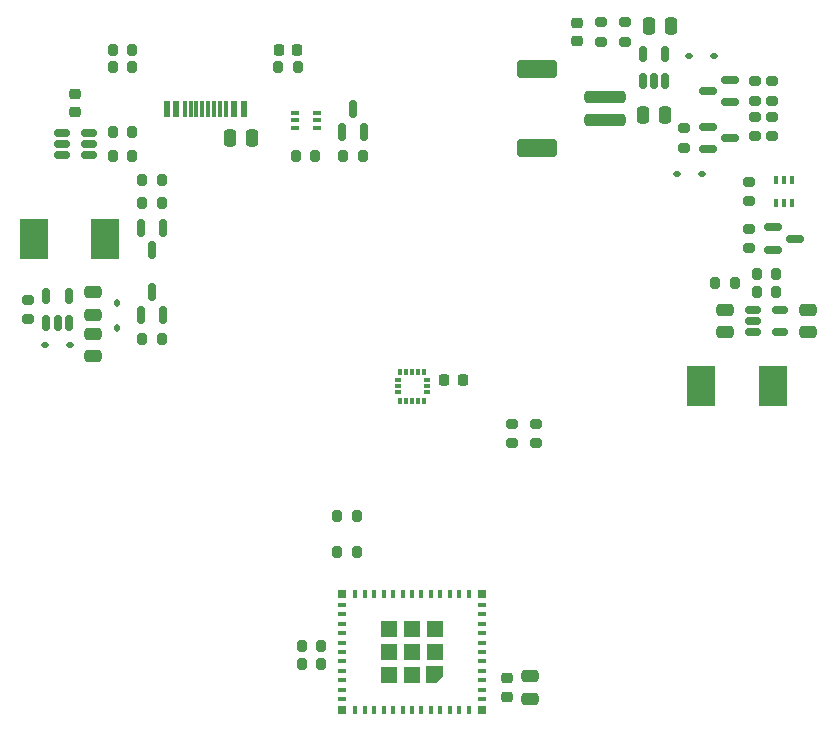
<source format=gbr>
%TF.GenerationSoftware,KiCad,Pcbnew,8.99.0-77eaa75db1*%
%TF.CreationDate,2024-12-04T17:57:03+01:00*%
%TF.ProjectId,geheimbadge-controller,67656865-696d-4626-9164-67652d636f6e,1.0.0*%
%TF.SameCoordinates,Original*%
%TF.FileFunction,Paste,Top*%
%TF.FilePolarity,Positive*%
%FSLAX46Y46*%
G04 Gerber Fmt 4.6, Leading zero omitted, Abs format (unit mm)*
G04 Created by KiCad (PCBNEW 8.99.0-77eaa75db1) date 2024-12-04 17:57:03*
%MOMM*%
%LPD*%
G01*
G04 APERTURE LIST*
G04 Aperture macros list*
%AMRoundRect*
0 Rectangle with rounded corners*
0 $1 Rounding radius*
0 $2 $3 $4 $5 $6 $7 $8 $9 X,Y pos of 4 corners*
0 Add a 4 corners polygon primitive as box body*
4,1,4,$2,$3,$4,$5,$6,$7,$8,$9,$2,$3,0*
0 Add four circle primitives for the rounded corners*
1,1,$1+$1,$2,$3*
1,1,$1+$1,$4,$5*
1,1,$1+$1,$6,$7*
1,1,$1+$1,$8,$9*
0 Add four rect primitives between the rounded corners*
20,1,$1+$1,$2,$3,$4,$5,0*
20,1,$1+$1,$4,$5,$6,$7,0*
20,1,$1+$1,$6,$7,$8,$9,0*
20,1,$1+$1,$8,$9,$2,$3,0*%
%AMFreePoly0*
4,1,6,0.750000,-0.750000,-0.700000,-0.750000,-0.700000,0.100000,-0.100000,0.700000,0.750000,0.700000,0.750000,-0.750000,0.750000,-0.750000,$1*%
G04 Aperture macros list end*
%ADD10RoundRect,0.200000X0.275000X-0.200000X0.275000X0.200000X-0.275000X0.200000X-0.275000X-0.200000X0*%
%ADD11RoundRect,0.112500X0.187500X0.112500X-0.187500X0.112500X-0.187500X-0.112500X0.187500X-0.112500X0*%
%ADD12RoundRect,0.200000X-0.200000X-0.275000X0.200000X-0.275000X0.200000X0.275000X-0.200000X0.275000X0*%
%ADD13RoundRect,0.250000X-0.250000X-0.475000X0.250000X-0.475000X0.250000X0.475000X-0.250000X0.475000X0*%
%ADD14RoundRect,0.200000X0.200000X0.275000X-0.200000X0.275000X-0.200000X-0.275000X0.200000X-0.275000X0*%
%ADD15RoundRect,0.218750X0.256250X-0.218750X0.256250X0.218750X-0.256250X0.218750X-0.256250X-0.218750X0*%
%ADD16RoundRect,0.150000X0.512500X0.150000X-0.512500X0.150000X-0.512500X-0.150000X0.512500X-0.150000X0*%
%ADD17RoundRect,0.150000X-0.587500X-0.150000X0.587500X-0.150000X0.587500X0.150000X-0.587500X0.150000X0*%
%ADD18RoundRect,0.112500X0.112500X-0.187500X0.112500X0.187500X-0.112500X0.187500X-0.112500X-0.187500X0*%
%ADD19R,0.800000X0.400000*%
%ADD20R,0.400000X0.800000*%
%ADD21FreePoly0,180.000000*%
%ADD22R,1.450000X1.450000*%
%ADD23R,0.700000X0.700000*%
%ADD24RoundRect,0.250000X0.250000X0.475000X-0.250000X0.475000X-0.250000X-0.475000X0.250000X-0.475000X0*%
%ADD25RoundRect,0.200000X-0.275000X0.200000X-0.275000X-0.200000X0.275000X-0.200000X0.275000X0.200000X0*%
%ADD26RoundRect,0.225000X0.250000X-0.225000X0.250000X0.225000X-0.250000X0.225000X-0.250000X-0.225000X0*%
%ADD27RoundRect,0.087500X-0.087500X0.187500X-0.087500X-0.187500X0.087500X-0.187500X0.087500X0.187500X0*%
%ADD28RoundRect,0.087500X-0.187500X0.087500X-0.187500X-0.087500X0.187500X-0.087500X0.187500X0.087500X0*%
%ADD29RoundRect,0.250000X-1.500000X0.250000X-1.500000X-0.250000X1.500000X-0.250000X1.500000X0.250000X0*%
%ADD30RoundRect,0.250001X-1.449999X0.499999X-1.449999X-0.499999X1.449999X-0.499999X1.449999X0.499999X0*%
%ADD31RoundRect,0.150000X0.150000X-0.512500X0.150000X0.512500X-0.150000X0.512500X-0.150000X-0.512500X0*%
%ADD32RoundRect,0.112500X-0.187500X-0.112500X0.187500X-0.112500X0.187500X0.112500X-0.187500X0.112500X0*%
%ADD33RoundRect,0.150000X0.587500X0.150000X-0.587500X0.150000X-0.587500X-0.150000X0.587500X-0.150000X0*%
%ADD34RoundRect,0.250000X-0.475000X0.250000X-0.475000X-0.250000X0.475000X-0.250000X0.475000X0.250000X0*%
%ADD35RoundRect,0.225000X-0.225000X-0.250000X0.225000X-0.250000X0.225000X0.250000X-0.225000X0.250000X0*%
%ADD36R,2.350000X3.500000*%
%ADD37RoundRect,0.150000X-0.512500X-0.150000X0.512500X-0.150000X0.512500X0.150000X-0.512500X0.150000X0*%
%ADD38RoundRect,0.150000X-0.150000X0.587500X-0.150000X-0.587500X0.150000X-0.587500X0.150000X0.587500X0*%
%ADD39RoundRect,0.150000X0.150000X-0.587500X0.150000X0.587500X-0.150000X0.587500X-0.150000X-0.587500X0*%
%ADD40RoundRect,0.100000X-0.225000X-0.100000X0.225000X-0.100000X0.225000X0.100000X-0.225000X0.100000X0*%
%ADD41R,0.600000X1.450000*%
%ADD42R,0.300000X1.450000*%
%ADD43RoundRect,0.250000X0.475000X-0.250000X0.475000X0.250000X-0.475000X0.250000X-0.475000X-0.250000X0*%
%ADD44RoundRect,0.225000X0.225000X0.250000X-0.225000X0.250000X-0.225000X-0.250000X0.225000X-0.250000X0*%
%ADD45RoundRect,0.100000X-0.100000X0.225000X-0.100000X-0.225000X0.100000X-0.225000X0.100000X0.225000X0*%
%ADD46RoundRect,0.225000X-0.250000X0.225000X-0.250000X-0.225000X0.250000X-0.225000X0.250000X0.225000X0*%
G04 APERTURE END LIST*
D10*
%TO.C,R11*%
X123000000Y-100325000D03*
X123000000Y-98675000D03*
%TD*%
D11*
%TO.C,D3*%
X124550000Y-102500000D03*
X122450000Y-102500000D03*
%TD*%
D12*
%TO.C,R4*%
X74675000Y-93500000D03*
X76325000Y-93500000D03*
%TD*%
D13*
%TO.C,C1*%
X120050000Y-90000000D03*
X121950000Y-90000000D03*
%TD*%
D14*
%TO.C,R10*%
X76325000Y-99000000D03*
X74675000Y-99000000D03*
%TD*%
%TO.C,R17*%
X130825000Y-111000000D03*
X129175000Y-111000000D03*
%TD*%
D10*
%TO.C,R1*%
X116000000Y-91325000D03*
X116000000Y-89675000D03*
%TD*%
D12*
%TO.C,R3*%
X74675000Y-92000000D03*
X76325000Y-92000000D03*
%TD*%
D15*
%TO.C,D1*%
X114000000Y-91287500D03*
X114000000Y-89712500D03*
%TD*%
D12*
%TO.C,R27*%
X77175000Y-116500000D03*
X78825000Y-116500000D03*
%TD*%
D16*
%TO.C,U2*%
X72637500Y-100950000D03*
X72637500Y-100000000D03*
X72637500Y-99050000D03*
X70362500Y-99050000D03*
X70362500Y-100000000D03*
X70362500Y-100950000D03*
%TD*%
D12*
%TO.C,R26*%
X90675000Y-144000000D03*
X92325000Y-144000000D03*
%TD*%
D10*
%TO.C,R21*%
X110500000Y-125325000D03*
X110500000Y-123675000D03*
%TD*%
D17*
%TO.C,Q4*%
X125062500Y-98550000D03*
X125062500Y-100450000D03*
X126937500Y-99500000D03*
%TD*%
%TO.C,Q6*%
X130562500Y-107050000D03*
X130562500Y-108950000D03*
X132437500Y-108000000D03*
%TD*%
D18*
%TO.C,D4*%
X75000000Y-115550000D03*
X75000000Y-113450000D03*
%TD*%
D14*
%TO.C,R23*%
X95325000Y-131500000D03*
X93675000Y-131500000D03*
%TD*%
D19*
%TO.C,U5*%
X105900000Y-147000000D03*
X105900000Y-146200000D03*
X105900000Y-145400000D03*
X105900000Y-144600000D03*
X105900000Y-143800000D03*
X105900000Y-143000000D03*
X105900000Y-142200000D03*
X105900000Y-141400000D03*
X105900000Y-140600000D03*
X105900000Y-139800000D03*
X105900000Y-139000000D03*
D20*
X104800000Y-138100000D03*
X104000000Y-138100000D03*
X103200000Y-138100000D03*
X102400000Y-138100000D03*
X101600000Y-138100000D03*
X100800000Y-138100000D03*
X100000000Y-138100000D03*
X99200000Y-138100000D03*
X98400000Y-138100000D03*
X97600000Y-138100000D03*
X96800000Y-138100000D03*
X96000000Y-138100000D03*
X95200000Y-138100000D03*
D19*
X94100000Y-139000000D03*
X94100000Y-139800000D03*
X94100000Y-140600000D03*
X94100000Y-141400000D03*
X94100000Y-142200000D03*
X94100000Y-143000000D03*
X94100000Y-143800000D03*
X94100000Y-144600000D03*
X94100000Y-145400000D03*
X94100000Y-146200000D03*
X94100000Y-147000000D03*
D20*
X95200000Y-147900000D03*
X96000000Y-147900000D03*
X96800000Y-147900000D03*
X97600000Y-147900000D03*
X98400000Y-147900000D03*
X99200000Y-147900000D03*
X100000000Y-147900000D03*
X100800000Y-147900000D03*
X101600000Y-147900000D03*
X102400000Y-147900000D03*
X103200000Y-147900000D03*
X104000000Y-147900000D03*
X104800000Y-147900000D03*
D21*
X101980000Y-144980000D03*
D22*
X101980000Y-143000000D03*
X101980000Y-141020000D03*
X100000000Y-144970000D03*
X100000000Y-143000000D03*
X100000000Y-141020000D03*
X98030000Y-144970000D03*
X98030000Y-143000000D03*
X98030000Y-141020000D03*
D23*
X94050000Y-147950000D03*
X94050000Y-138050000D03*
X105950000Y-138050000D03*
X105950000Y-147950000D03*
%TD*%
D14*
%TO.C,R5*%
X90325000Y-93500000D03*
X88675000Y-93500000D03*
%TD*%
D24*
%TO.C,C5*%
X86450000Y-99500000D03*
X84550000Y-99500000D03*
%TD*%
D25*
%TO.C,R8*%
X129000000Y-97675000D03*
X129000000Y-99325000D03*
%TD*%
D26*
%TO.C,C3*%
X71500000Y-97275000D03*
X71500000Y-95725000D03*
%TD*%
D27*
%TO.C,U6*%
X101000000Y-119275000D03*
X100500000Y-119275000D03*
X100000000Y-119275000D03*
X99500000Y-119275000D03*
X99000000Y-119275000D03*
D28*
X98775000Y-120000000D03*
X98775000Y-120500000D03*
X98775000Y-121000000D03*
D27*
X99000000Y-121725000D03*
X99500000Y-121725000D03*
X100000000Y-121725000D03*
X100500000Y-121725000D03*
X101000000Y-121725000D03*
D28*
X101225000Y-121000000D03*
X101225000Y-120500000D03*
X101225000Y-120000000D03*
%TD*%
D29*
%TO.C,BT1*%
X116350000Y-96000000D03*
X116350000Y-98000000D03*
D30*
X110600000Y-93650000D03*
X110600000Y-100350000D03*
%TD*%
D31*
%TO.C,U1*%
X119550000Y-94637500D03*
X120500000Y-94637500D03*
X121450000Y-94637500D03*
X121450000Y-92362500D03*
X119550000Y-92362500D03*
%TD*%
D32*
%TO.C,D2*%
X123450000Y-92500000D03*
X125550000Y-92500000D03*
%TD*%
D12*
%TO.C,R25*%
X90675000Y-142500000D03*
X92325000Y-142500000D03*
%TD*%
D25*
%TO.C,R9*%
X130500000Y-97675000D03*
X130500000Y-99325000D03*
%TD*%
D33*
%TO.C,Q1*%
X126937500Y-96450000D03*
X126937500Y-94550000D03*
X125062500Y-95500000D03*
%TD*%
D10*
%TO.C,R20*%
X108500000Y-125325000D03*
X108500000Y-123675000D03*
%TD*%
%TO.C,R6*%
X129000000Y-96325000D03*
X129000000Y-94675000D03*
%TD*%
D12*
%TO.C,R28*%
X77175000Y-105000000D03*
X78825000Y-105000000D03*
%TD*%
%TO.C,R18*%
X129175000Y-112500000D03*
X130825000Y-112500000D03*
%TD*%
D13*
%TO.C,C4*%
X119550000Y-97500000D03*
X121450000Y-97500000D03*
%TD*%
D32*
%TO.C,D5*%
X68950000Y-117000000D03*
X71050000Y-117000000D03*
%TD*%
D14*
%TO.C,R24*%
X95325000Y-134500000D03*
X93675000Y-134500000D03*
%TD*%
D34*
%TO.C,C6*%
X126500000Y-114050000D03*
X126500000Y-115950000D03*
%TD*%
D35*
%TO.C,C2*%
X88725000Y-92000000D03*
X90275000Y-92000000D03*
%TD*%
D25*
%TO.C,R15*%
X128500000Y-103175000D03*
X128500000Y-104825000D03*
%TD*%
%TO.C,R2*%
X118000000Y-89675000D03*
X118000000Y-91325000D03*
%TD*%
D36*
%TO.C,L2*%
X74025000Y-108000000D03*
X67975000Y-108000000D03*
%TD*%
D12*
%TO.C,R19*%
X125675000Y-111750000D03*
X127325000Y-111750000D03*
%TD*%
%TO.C,R29*%
X77175000Y-103000000D03*
X78825000Y-103000000D03*
%TD*%
D37*
%TO.C,U3*%
X128862500Y-114050000D03*
X128862500Y-115000000D03*
X128862500Y-115950000D03*
X131137500Y-115950000D03*
X131137500Y-114050000D03*
%TD*%
D14*
%TO.C,R14*%
X95825000Y-101000000D03*
X94175000Y-101000000D03*
%TD*%
D12*
%TO.C,R13*%
X90175000Y-101000000D03*
X91825000Y-101000000D03*
%TD*%
D34*
%TO.C,C9*%
X73000000Y-116050000D03*
X73000000Y-117950000D03*
%TD*%
D38*
%TO.C,Q8*%
X78950000Y-107062500D03*
X77050000Y-107062500D03*
X78000000Y-108937500D03*
%TD*%
D39*
%TO.C,Q7*%
X77050000Y-114437500D03*
X78950000Y-114437500D03*
X78000000Y-112562500D03*
%TD*%
D25*
%TO.C,R22*%
X67500000Y-113175000D03*
X67500000Y-114825000D03*
%TD*%
D36*
%TO.C,L1*%
X130525000Y-120500000D03*
X124475000Y-120500000D03*
%TD*%
D40*
%TO.C,Q2*%
X90050000Y-97350000D03*
X90050000Y-98000000D03*
X90050000Y-98650000D03*
X91950000Y-98650000D03*
X91950000Y-98000000D03*
X91950000Y-97350000D03*
%TD*%
D10*
%TO.C,R16*%
X128500000Y-108825000D03*
X128500000Y-107175000D03*
%TD*%
D14*
%TO.C,R12*%
X76325000Y-101000000D03*
X74675000Y-101000000D03*
%TD*%
D41*
%TO.C,J1*%
X85750000Y-97045000D03*
X84950000Y-97045000D03*
D42*
X83750000Y-97045000D03*
X82750000Y-97045000D03*
X82250000Y-97045000D03*
X81250000Y-97045000D03*
D41*
X80050000Y-97045000D03*
X79250000Y-97045000D03*
X79250000Y-97045000D03*
X80050000Y-97045000D03*
D42*
X80750000Y-97045000D03*
X81750000Y-97045000D03*
X83250000Y-97045000D03*
X84250000Y-97045000D03*
D41*
X84950000Y-97045000D03*
X85750000Y-97045000D03*
%TD*%
D43*
%TO.C,C8*%
X73000000Y-114450000D03*
X73000000Y-112550000D03*
%TD*%
D31*
%TO.C,U4*%
X69050000Y-115137500D03*
X70000000Y-115137500D03*
X70950000Y-115137500D03*
X70950000Y-112862500D03*
X69050000Y-112862500D03*
%TD*%
D34*
%TO.C,C11*%
X110000000Y-145050000D03*
X110000000Y-146950000D03*
%TD*%
D39*
%TO.C,Q3*%
X94050000Y-98937500D03*
X95950000Y-98937500D03*
X95000000Y-97062500D03*
%TD*%
D44*
%TO.C,C12*%
X104275000Y-120000000D03*
X102725000Y-120000000D03*
%TD*%
D34*
%TO.C,C7*%
X133500000Y-114050000D03*
X133500000Y-115950000D03*
%TD*%
D45*
%TO.C,Q5*%
X132150000Y-103050000D03*
X131500000Y-103050000D03*
X130850000Y-103050000D03*
X130850000Y-104950000D03*
X131500000Y-104950000D03*
X132150000Y-104950000D03*
%TD*%
D46*
%TO.C,C10*%
X108000000Y-145225000D03*
X108000000Y-146775000D03*
%TD*%
D25*
%TO.C,R7*%
X130500000Y-94675000D03*
X130500000Y-96325000D03*
%TD*%
M02*

</source>
